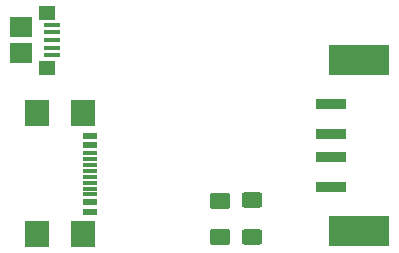
<source format=gbr>
%TF.GenerationSoftware,KiCad,Pcbnew,7.0.1*%
%TF.CreationDate,2024-02-20T00:17:48-05:00*%
%TF.ProjectId,usb test board,75736220-7465-4737-9420-626f6172642e,rev?*%
%TF.SameCoordinates,Original*%
%TF.FileFunction,Paste,Top*%
%TF.FilePolarity,Positive*%
%FSLAX46Y46*%
G04 Gerber Fmt 4.6, Leading zero omitted, Abs format (unit mm)*
G04 Created by KiCad (PCBNEW 7.0.1) date 2024-02-20 00:17:48*
%MOMM*%
%LPD*%
G01*
G04 APERTURE LIST*
G04 Aperture macros list*
%AMRoundRect*
0 Rectangle with rounded corners*
0 $1 Rounding radius*
0 $2 $3 $4 $5 $6 $7 $8 $9 X,Y pos of 4 corners*
0 Add a 4 corners polygon primitive as box body*
4,1,4,$2,$3,$4,$5,$6,$7,$8,$9,$2,$3,0*
0 Add four circle primitives for the rounded corners*
1,1,$1+$1,$2,$3*
1,1,$1+$1,$4,$5*
1,1,$1+$1,$6,$7*
1,1,$1+$1,$8,$9*
0 Add four rect primitives between the rounded corners*
20,1,$1+$1,$2,$3,$4,$5,0*
20,1,$1+$1,$4,$5,$6,$7,0*
20,1,$1+$1,$6,$7,$8,$9,0*
20,1,$1+$1,$8,$9,$2,$3,0*%
G04 Aperture macros list end*
%ADD10RoundRect,0.250000X0.625000X-0.400000X0.625000X0.400000X-0.625000X0.400000X-0.625000X-0.400000X0*%
%ADD11R,2.500000X0.900000*%
%ADD12R,5.150000X2.500000*%
%ADD13RoundRect,0.250001X-0.624999X0.462499X-0.624999X-0.462499X0.624999X-0.462499X0.624999X0.462499X0*%
%ADD14R,1.400000X0.400000*%
%ADD15R,1.450000X1.150000*%
%ADD16R,1.900000X1.750000*%
%ADD17R,1.150000X0.600000*%
%ADD18R,1.150000X0.300000*%
%ADD19R,2.000000X2.180000*%
G04 APERTURE END LIST*
D10*
%TO.C,R1*%
X107418000Y-110596000D03*
X107418000Y-107496000D03*
%TD*%
D11*
%TO.C,J2*%
X114065000Y-106373000D03*
X114065000Y-103873000D03*
X114065000Y-101873000D03*
X114065000Y-99373000D03*
D12*
X116440000Y-110123000D03*
X116440000Y-95623000D03*
%TD*%
D13*
%TO.C,D1*%
X104649000Y-107591500D03*
X104649000Y-110566500D03*
%TD*%
D14*
%TO.C,J6*%
X90452000Y-92641000D03*
X90452000Y-93291000D03*
X90452000Y-93941000D03*
X90452000Y-94591000D03*
X90452000Y-95241000D03*
D15*
X90032000Y-91621000D03*
D16*
X87802000Y-92816000D03*
X87802000Y-95066000D03*
D15*
X90032000Y-96261000D03*
%TD*%
D17*
%TO.C,J5*%
X93683500Y-102052000D03*
X93683500Y-102852000D03*
D18*
X93683500Y-104002000D03*
X93683500Y-105002000D03*
X93683500Y-105502000D03*
X93683500Y-106502000D03*
D17*
X93683500Y-108452000D03*
X93683500Y-107652000D03*
D18*
X93683500Y-107002000D03*
X93683500Y-106002000D03*
X93683500Y-104502000D03*
X93683500Y-103502000D03*
D19*
X93108500Y-100142000D03*
X93108500Y-110362000D03*
X89178500Y-100142000D03*
X89178500Y-110362000D03*
%TD*%
M02*

</source>
